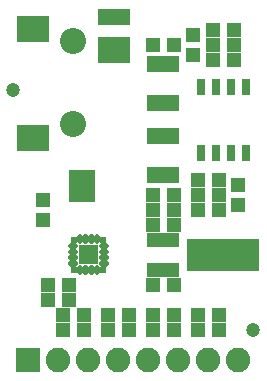
<source format=gbr>
G04 EAGLE Gerber RS-274X export*
G75*
%MOMM*%
%FSLAX34Y34*%
%LPD*%
%INSoldermask Top*%
%IPPOS*%
%AMOC8*
5,1,8,0,0,1.08239X$1,22.5*%
G01*
%ADD10C,0.468703*%
%ADD11R,0.543200X0.543200*%
%ADD12R,2.703200X1.203200*%
%ADD13R,6.203200X2.703200*%
%ADD14R,1.303200X1.203200*%
%ADD15R,1.203200X1.303200*%
%ADD16R,0.803200X1.403200*%
%ADD17R,2.703200X1.403200*%
%ADD18R,2.082800X2.082800*%
%ADD19C,2.082800*%
%ADD20C,1.203200*%
%ADD21R,2.703200X2.203200*%
%ADD22R,2.203200X2.703200*%
%ADD23C,2.203200*%

G36*
X83565Y93677D02*
X83565Y93677D01*
X83631Y93679D01*
X83674Y93697D01*
X83721Y93705D01*
X83778Y93739D01*
X83838Y93764D01*
X83873Y93795D01*
X83914Y93820D01*
X83956Y93871D01*
X84004Y93915D01*
X84026Y93957D01*
X84055Y93994D01*
X84076Y94056D01*
X84107Y94115D01*
X84115Y94169D01*
X84127Y94206D01*
X84126Y94246D01*
X84134Y94300D01*
X84134Y108900D01*
X84123Y108965D01*
X84121Y109031D01*
X84103Y109074D01*
X84095Y109121D01*
X84061Y109178D01*
X84036Y109238D01*
X84005Y109273D01*
X83980Y109314D01*
X83929Y109356D01*
X83885Y109404D01*
X83843Y109426D01*
X83806Y109455D01*
X83744Y109476D01*
X83685Y109507D01*
X83631Y109515D01*
X83594Y109527D01*
X83554Y109526D01*
X83500Y109534D01*
X68900Y109534D01*
X68835Y109523D01*
X68769Y109521D01*
X68726Y109503D01*
X68679Y109495D01*
X68622Y109461D01*
X68562Y109436D01*
X68527Y109405D01*
X68486Y109380D01*
X68445Y109329D01*
X68396Y109285D01*
X68374Y109243D01*
X68345Y109206D01*
X68324Y109144D01*
X68293Y109085D01*
X68285Y109031D01*
X68273Y108994D01*
X68273Y108982D01*
X68273Y108981D01*
X68274Y108952D01*
X68266Y108900D01*
X68266Y94300D01*
X68277Y94235D01*
X68279Y94169D01*
X68297Y94126D01*
X68305Y94079D01*
X68339Y94022D01*
X68364Y93962D01*
X68395Y93927D01*
X68420Y93886D01*
X68471Y93845D01*
X68515Y93796D01*
X68557Y93774D01*
X68594Y93745D01*
X68656Y93724D01*
X68715Y93693D01*
X68769Y93685D01*
X68806Y93673D01*
X68846Y93674D01*
X68900Y93666D01*
X83500Y93666D01*
X83565Y93677D01*
G37*
D10*
X68773Y86527D02*
X68627Y86527D01*
X68627Y89973D01*
X68773Y89973D01*
X68773Y86527D01*
X73627Y86527D02*
X73773Y86527D01*
X73627Y86527D02*
X73627Y89973D01*
X73773Y89973D01*
X73773Y86527D01*
X78627Y86527D02*
X78773Y86527D01*
X78627Y86527D02*
X78627Y89973D01*
X78773Y89973D01*
X78773Y86527D01*
X83627Y86527D02*
X83773Y86527D01*
X83627Y86527D02*
X83627Y89973D01*
X83773Y89973D01*
X83773Y86527D01*
D11*
X88850Y88950D03*
D10*
X87827Y94027D02*
X87827Y94173D01*
X91273Y94173D01*
X91273Y94027D01*
X87827Y94027D01*
X87827Y99027D02*
X87827Y99173D01*
X91273Y99173D01*
X91273Y99027D01*
X87827Y99027D01*
X87827Y104027D02*
X87827Y104173D01*
X91273Y104173D01*
X91273Y104027D01*
X87827Y104027D01*
X87827Y109027D02*
X87827Y109173D01*
X91273Y109173D01*
X91273Y109027D01*
X87827Y109027D01*
D11*
X88850Y114250D03*
D10*
X83773Y116673D02*
X83627Y116673D01*
X83773Y116673D02*
X83773Y113227D01*
X83627Y113227D01*
X83627Y116673D01*
X78773Y116673D02*
X78627Y116673D01*
X78773Y116673D02*
X78773Y113227D01*
X78627Y113227D01*
X78627Y116673D01*
X73773Y116673D02*
X73627Y116673D01*
X73773Y116673D02*
X73773Y113227D01*
X73627Y113227D01*
X73627Y116673D01*
X68773Y116673D02*
X68627Y116673D01*
X68773Y116673D02*
X68773Y113227D01*
X68627Y113227D01*
X68627Y116673D01*
D11*
X63550Y114250D03*
D10*
X64573Y109173D02*
X64573Y109027D01*
X61127Y109027D01*
X61127Y109173D01*
X64573Y109173D01*
X64573Y104173D02*
X64573Y104027D01*
X61127Y104027D01*
X61127Y104173D01*
X64573Y104173D01*
X64573Y99173D02*
X64573Y99027D01*
X61127Y99027D01*
X61127Y99173D01*
X64573Y99173D01*
X64573Y94173D02*
X64573Y94027D01*
X61127Y94027D01*
X61127Y94173D01*
X64573Y94173D01*
D11*
X63550Y88850D03*
D12*
X139700Y114300D03*
X139700Y88900D03*
D13*
X190500Y101600D03*
D14*
X131200Y139700D03*
X148200Y139700D03*
D15*
X38100Y131200D03*
X38100Y148200D03*
D14*
X148200Y127000D03*
X131200Y127000D03*
X148200Y76200D03*
X131200Y76200D03*
X59300Y76200D03*
X42300Y76200D03*
X42300Y63500D03*
X59300Y63500D03*
X72000Y50800D03*
X55000Y50800D03*
X93100Y50800D03*
X110100Y50800D03*
X148200Y50800D03*
X131200Y50800D03*
D16*
X171450Y187900D03*
X184150Y187900D03*
X196850Y187900D03*
X209550Y187900D03*
X209550Y243900D03*
X196850Y243900D03*
X184150Y243900D03*
X171450Y243900D03*
D14*
X186300Y152400D03*
X169300Y152400D03*
D15*
X165100Y287900D03*
X165100Y270900D03*
X203200Y160900D03*
X203200Y143900D03*
D17*
X139700Y168920D03*
X139700Y201920D03*
X139700Y262880D03*
X139700Y229880D03*
D14*
X199000Y279400D03*
X182000Y279400D03*
X169300Y165100D03*
X186300Y165100D03*
X182000Y266700D03*
X199000Y266700D03*
X186300Y139700D03*
X169300Y139700D03*
X199000Y292100D03*
X182000Y292100D03*
X169300Y50800D03*
X186300Y50800D03*
X169300Y38100D03*
X186300Y38100D03*
X148200Y38100D03*
X131200Y38100D03*
X93100Y38100D03*
X110100Y38100D03*
X72000Y38100D03*
X55000Y38100D03*
D18*
X25400Y12700D03*
D19*
X50800Y12700D03*
X76200Y12700D03*
X101600Y12700D03*
X127000Y12700D03*
X152400Y12700D03*
X177800Y12700D03*
X203200Y12700D03*
D14*
X148200Y152400D03*
X131200Y152400D03*
X148200Y279400D03*
X131200Y279400D03*
D20*
X215900Y38100D03*
X12700Y241300D03*
D21*
X29000Y292500D03*
X29000Y200500D03*
X98000Y274500D03*
D22*
X71000Y160000D03*
D17*
X98000Y302500D03*
D23*
X63500Y282500D03*
X63500Y212500D03*
M02*

</source>
